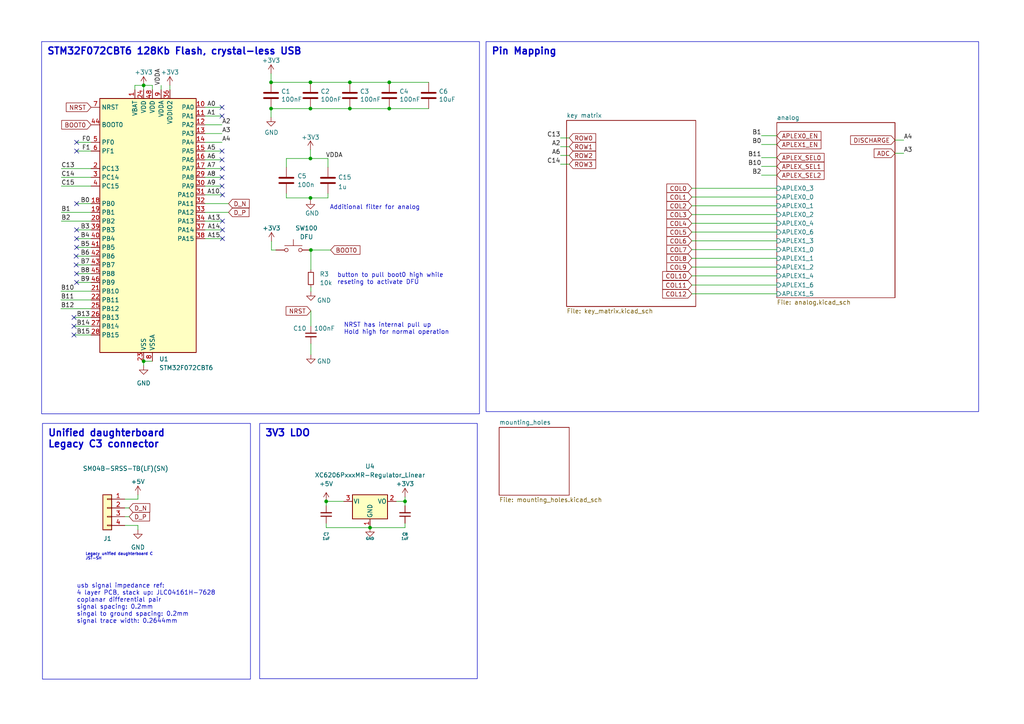
<source format=kicad_sch>
(kicad_sch (version 20230121) (generator eeschema)
  (paper "A4")
  (title_block (title "capybully") (date "2023-09-10") (rev "1.0") (company "sporkus"))
  (lib_symbols
    (symbol "+5V_1" (power) (pin_names (offset 0))
      (property "Value" "+5V_1" (at 0 3.556 0))
      (symbol "+5V_1_0_1"
        (polyline (pts (xy -0.762 1.27) (xy 0 2.54)))
        (polyline (pts (xy 0 0) (xy 0 2.54)))
        (polyline (pts (xy 0 2.54) (xy 0.762 1.27)))
      )
      (symbol "+5V_1_1_1"
        (pin power_in line (at 0 0 90) (length 0) hide (name "+5V") (number "1"))
      )
    )
    (symbol "Connector_Generic:Conn_01x04" (pin_names (offset 1.016) hide)
      (property "Reference" "J" (at 0 5.08 0))
      (property "Value" "Conn_01x04" (at 0 -7.62 0))
      (symbol "Conn_01x04_1_1"
        (rectangle (start -1.27 -4.953) (end 0 -5.207) (stroke (width 0.1524)))
        (rectangle (start -1.27 -2.413) (end 0 -2.667) (stroke (width 0.1524)))
        (rectangle (start -1.27 0.127) (end 0 -0.127) (stroke (width 0.1524)))
        (rectangle (start -1.27 2.667) (end 0 2.413) (stroke (width 0.1524)))
        (rectangle (start -1.27 3.81) (end 1.27 -6.35) (stroke (width 0.254)) (fill (type background)))
        (pin passive line (at -5.08 2.54 0) (length 3.81) (name "Pin_1") (number "1"))
        (pin passive line (at -5.08 0 0) (length 3.81) (name "Pin_2") (number "2"))
        (pin passive line (at -5.08 -2.54 0) (length 3.81) (name "Pin_3") (number "3"))
        (pin passive line (at -5.08 -5.08 0) (length 3.81) (name "Pin_4") (number "4"))
      )
    )
    (symbol "Device:C" (pin_numbers hide) (pin_names (offset 0.254))
      (property "Reference" "C" (at 0.635 2.54 0))
      (property "Value" "C" (at 0.635 -2.54 0))
      (symbol "C_0_1"
        (polyline (pts (xy -2.032 -0.762) (xy 2.032 -0.762)) (stroke (width 0.508)))
        (polyline (pts (xy -2.032 0.762) (xy 2.032 0.762)) (stroke (width 0.508)))
      )
      (symbol "C_1_1"
        (pin passive line (at 0 3.81 270) (length 2.794) (name "~") (number "1"))
        (pin passive line (at 0 -3.81 90) (length 2.794) (name "~") (number "2"))
      )
    )
    (symbol "Device:C_Small" (pin_numbers hide) (pin_names (offset 0.254) hide)
      (property "Reference" "C" (at 0.254 1.778 0))
      (property "Value" "C_Small" (at 0.254 -2.032 0))
      (symbol "C_Small_0_1"
        (polyline (pts (xy -1.524 -0.508) (xy 1.524 -0.508)) (stroke (width 0.3302)))
        (polyline (pts (xy -1.524 0.508) (xy 1.524 0.508)) (stroke (width 0.3048)))
      )
      (symbol "C_Small_1_1"
        (pin passive line (at 0 2.54 270) (length 2.032) (name "~") (number "1"))
        (pin passive line (at 0 -2.54 90) (length 2.032) (name "~") (number "2"))
      )
    )
    (symbol "Device:R_Small" (pin_numbers hide) (pin_names (offset 0.254) hide)
      (property "Reference" "R" (at 0.762 0.508 0))
      (property "Value" "R_Small" (at 0.762 -1.016 0))
      (symbol "R_Small_0_1"
        (rectangle (start -0.762 1.778) (end 0.762 -1.778) (stroke (width 0.2032)))
      )
      (symbol "R_Small_1_1"
        (pin passive line (at 0 2.54 270) (length 0.762) (name "~") (number "1"))
        (pin passive line (at 0 -2.54 90) (length 0.762) (name "~") (number "2"))
      )
    )
    (symbol "MCU_ST_STM32F0:STM32F072CBTx"
      (property "Reference" "U" (at -12.7 39.37 0))
      (property "Value" "STM32F072CBTx" (at 10.16 39.37 0))
      (symbol "STM32F072CBTx_0_1"
        (rectangle (start -12.7 -35.56) (end 15.24 38.1) (stroke (width 0.254)) (fill (type background)))
      )
      (symbol "STM32F072CBTx_1_1"
        (pin power_in line (at -2.54 40.64 270) (length 2.54) (name "VBAT") (number "1"))
        (pin bidirectional line (at 17.78 35.56 180) (length 2.54) (name "PA0") (number "10"))
        (pin bidirectional line (at 17.78 33.02 180) (length 2.54) (name "PA1") (number "11"))
        (pin bidirectional line (at 17.78 30.48 180) (length 2.54) (name "PA2") (number "12"))
        (pin bidirectional line (at 17.78 27.94 180) (length 2.54) (name "PA3") (number "13"))
        (pin bidirectional line (at 17.78 25.4 180) (length 2.54) (name "PA4") (number "14"))
        (pin bidirectional line (at 17.78 22.86 180) (length 2.54) (name "PA5") (number "15"))
        (pin bidirectional line (at 17.78 20.32 180) (length 2.54) (name "PA6") (number "16"))
        (pin bidirectional line (at 17.78 17.78 180) (length 2.54) (name "PA7") (number "17"))
        (pin bidirectional line (at -15.24 7.62 0) (length 2.54) (name "PB0") (number "18"))
        (pin bidirectional line (at -15.24 5.08 0) (length 2.54) (name "PB1") (number "19"))
        (pin bidirectional line (at -15.24 17.78 0) (length 2.54) (name "PC13") (number "2"))
        (pin bidirectional line (at -15.24 2.54 0) (length 2.54) (name "PB2") (number "20"))
        (pin bidirectional line (at -15.24 -17.78 0) (length 2.54) (name "PB10") (number "21"))
        (pin bidirectional line (at -15.24 -20.32 0) (length 2.54) (name "PB11") (number "22"))
        (pin power_in line (at 0 -38.1 90) (length 2.54) (name "VSS") (number "23"))
        (pin power_in line (at 0 40.64 270) (length 2.54) (name "VDD") (number "24"))
        (pin bidirectional line (at -15.24 -22.86 0) (length 2.54) (name "PB12") (number "25"))
        (pin bidirectional line (at -15.24 -25.4 0) (length 2.54) (name "PB13") (number "26"))
        (pin bidirectional line (at -15.24 -27.94 0) (length 2.54) (name "PB14") (number "27"))
        (pin bidirectional line (at -15.24 -30.48 0) (length 2.54) (name "PB15") (number "28"))
        (pin bidirectional line (at 17.78 15.24 180) (length 2.54) (name "PA8") (number "29"))
        (pin bidirectional line (at -15.24 15.24 0) (length 2.54) (name "PC14") (number "3"))
        (pin bidirectional line (at 17.78 12.7 180) (length 2.54) (name "PA9") (number "30"))
        (pin bidirectional line (at 17.78 10.16 180) (length 2.54) (name "PA10") (number "31"))
        (pin bidirectional line (at 17.78 7.62 180) (length 2.54) (name "PA11") (number "32"))
        (pin bidirectional line (at 17.78 5.08 180) (length 2.54) (name "PA12") (number "33"))
        (pin bidirectional line (at 17.78 2.54 180) (length 2.54) (name "PA13") (number "34"))
        (pin passive line (at 0 -38.1 90) (length 2.54) hide (name "VSS") (number "35"))
        (pin power_in line (at 7.62 40.64 270) (length 2.54) (name "VDDIO2") (number "36"))
        (pin bidirectional line (at 17.78 0 180) (length 2.54) (name "PA14") (number "37"))
        (pin bidirectional line (at 17.78 -2.54 180) (length 2.54) (name "PA15") (number "38"))
        (pin bidirectional line (at -15.24 0 0) (length 2.54) (name "PB3") (number "39"))
        (pin bidirectional line (at -15.24 12.7 0) (length 2.54) (name "PC15") (number "4"))
        (pin bidirectional line (at -15.24 -2.54 0) (length 2.54) (name "PB4") (number "40"))
        (pin bidirectional line (at -15.24 -5.08 0) (length 2.54) (name "PB5") (number "41"))
        (pin bidirectional line (at -15.24 -7.62 0) (length 2.54) (name "PB6") (number "42"))
        (pin bidirectional line (at -15.24 -10.16 0) (length 2.54) (name "PB7") (number "43"))
        (pin input line (at -15.24 30.48 0) (length 2.54) (name "BOOT0") (number "44"))
        (pin bidirectional line (at -15.24 -12.7 0) (length 2.54) (name "PB8") (number "45"))
        (pin bidirectional line (at -15.24 -15.24 0) (length 2.54) (name "PB9") (number "46"))
        (pin passive line (at 0 -38.1 90) (length 2.54) hide (name "VSS") (number "47"))
        (pin power_in line (at 2.54 40.64 270) (length 2.54) (name "VDD") (number "48"))
        (pin bidirectional line (at -15.24 25.4 0) (length 2.54) (name "PF0") (number "5"))
        (pin bidirectional line (at -15.24 22.86 0) (length 2.54) (name "PF1") (number "6"))
        (pin input line (at -15.24 35.56 0) (length 2.54) (name "NRST") (number "7"))
        (pin power_in line (at 2.54 -38.1 90) (length 2.54) (name "VSSA") (number "8"))
        (pin power_in line (at 5.08 40.64 270) (length 2.54) (name "VDDA") (number "9"))
      )
    )
    (symbol "Switch:SW_Push" (pin_numbers hide) (pin_names (offset 1.016) hide)
      (property "Reference" "SW" (at 1.27 2.54 0))
      (property "Value" "SW_Push" (at 0 -1.524 0))
      (symbol "SW_Push_0_1"
        (circle (center -2.032 0) (radius 0.508))
        (polyline (pts (xy 0 1.27) (xy 0 3.048)))
        (polyline (pts (xy 2.54 1.27) (xy -2.54 1.27)))
        (circle (center 2.032 0) (radius 0.508))
        (pin passive line (at -5.08 0 0) (length 2.54) (name "1") (number "1"))
        (pin passive line (at 5.08 0 180) (length 2.54) (name "2") (number "2"))
      )
    )
    (symbol "kicad-keyboard-parts:XC6206PxxxMR-Regulator_Linear" (pin_names (offset 0.254))
      (property "Reference" "U" (at -3.81 3.175 0))
      (property "Value" "XC6206PxxxMR-Regulator_Linear" (at 0 3.175 0))
      (property "LCSC" "C5446" (at 0 0 0))
      (symbol "XC6206PxxxMR-Regulator_Linear_0_1"
        (rectangle (start -5.08 1.905) (end 5.08 -5.08) (stroke (width 0.254)) (fill (type background)))
      )
      (symbol "XC6206PxxxMR-Regulator_Linear_1_1"
        (pin power_in line (at 0 -7.62 90) (length 2.54) (name "GND") (number "1"))
        (pin power_out line (at 7.62 0 180) (length 2.54) (name "VO") (number "2"))
        (pin power_in line (at -7.62 0 0) (length 2.54) (name "VI") (number "3"))
      )
    )
    (symbol "power:+3.3V" (power) (pin_names (offset 0))
      (property "Value" "+3.3V" (at 0 3.556 0))
      (symbol "+3.3V_0_1"
        (polyline (pts (xy -0.762 1.27) (xy 0 2.54)))
        (polyline (pts (xy 0 0) (xy 0 2.54)))
        (polyline (pts (xy 0 2.54) (xy 0.762 1.27)))
      )
      (symbol "+3.3V_1_1"
        (pin power_in line (at 0 0 90) (length 0) hide (name "+3V3") (number "1"))
      )
    )
    (symbol "power:+3V3" (power) (pin_names (offset 0))
      (property "Value" "+3V3" (at 0 3.556 0))
      (symbol "+3V3_0_1"
        (polyline (pts (xy -0.762 1.27) (xy 0 2.54)))
        (polyline (pts (xy 0 0) (xy 0 2.54)))
        (polyline (pts (xy 0 2.54) (xy 0.762 1.27)))
      )
      (symbol "+3V3_1_1"
        (pin power_in line (at 0 0 90) (length 0) hide (name "+3V3") (number "1"))
      )
    )
    (symbol "power:+5V" (power) (pin_names (offset 0))
      (property "Value" "+5V" (at 0 3.556 0))
      (symbol "+5V_0_1"
        (polyline (pts (xy -0.762 1.27) (xy 0 2.54)))
        (polyline (pts (xy 0 0) (xy 0 2.54)))
        (polyline (pts (xy 0 2.54) (xy 0.762 1.27)))
      )
      (symbol "+5V_1_1"
        (pin power_in line (at 0 0 90) (length 0) hide (name "+5V") (number "1"))
      )
    )
    (symbol "power:GND" (power) (pin_names (offset 0))
      (property "Value" "GND" (at 0 -3.81 0))
      (symbol "GND_0_1"
        (polyline (pts (xy 0 0) (xy 0 -1.27) (xy 1.27 -1.27) (xy 0 -2.54) (xy -1.27 -1.27) (xy 0 -1.27)))
      )
      (symbol "GND_1_1"
        (pin power_in line (at 0 0 270) (length 0) hide (name "GND") (number "1"))
      )
    )
  )
  (junction (at 41.656 24.765))
  (junction (at 90.043 31.496))
  (junction (at 78.613 23.876))
  (junction (at 112.903 23.876))
  (junction (at 90.043 45.974))
  (junction (at 101.473 23.876))
  (junction (at 94.615 145.415) (diameter 0.9144))
  (junction (at 90.043 57.404))
  (junction (at 107.315 153.035) (diameter 0.9144))
  (junction (at 78.613 31.496))
  (junction (at 112.903 31.496))
  (junction (at 90.043 23.876))
  (junction (at 101.473 31.496))
  (junction (at 90.17 72.517))
  (junction (at 117.475 145.415))
  (junction (at 41.656 104.775))
  (no_connect (at 64.389 43.815))
  (no_connect (at 64.389 46.355))
  (no_connect (at 64.516 69.215))
  (no_connect (at 22.225 79.375))
  (no_connect (at 64.389 53.975))
  (no_connect (at 64.389 31.115))
  (no_connect (at 21.463 94.615))
  (no_connect (at 22.225 81.915))
  (no_connect (at 22.225 66.675))
  (no_connect (at 64.389 33.655))
  (no_connect (at 64.389 51.435))
  (no_connect (at 64.516 48.895))
  (no_connect (at 22.225 41.275))
  (no_connect (at 64.516 64.135))
  (no_connect (at 22.225 69.215))
  (no_connect (at 21.463 97.155))
  (no_connect (at 22.225 59.055))
  (no_connect (at 64.516 66.675))
  (no_connect (at 22.098 76.835))
  (no_connect (at 22.225 43.815))
  (no_connect (at 64.516 56.515))
  (no_connect (at 21.463 92.075))
  (no_connect (at 22.098 74.295))
  (no_connect (at 22.225 71.755))
  (wire (pts (xy 41.656 24.765) (xy 44.196 24.765)))
  (wire (pts (xy 90.043 23.876) (xy 78.613 23.876)))
  (wire (pts (xy 83.058 56.134) (xy 83.058 57.404)))
  (wire (pts (xy 64.389 51.435) (xy 59.436 51.435)))
  (wire (pts (xy 78.613 21.336) (xy 78.613 23.876)))
  (wire (pts (xy 94.615 151.765) (xy 94.615 153.035)))
  (wire (pts (xy 90.17 72.517) (xy 90.17 78.232)))
  (wire (pts (xy 17.653 86.995) (xy 26.416 86.995)))
  (wire (pts (xy 162.56 45.085) (xy 165.1 45.085)))
  (wire (pts (xy 101.473 31.496) (xy 112.903 31.496)))
  (wire (pts (xy 37.465 147.32) (xy 36.195 147.32)))
  (wire (pts (xy 44.196 24.765) (xy 44.196 26.035)))
  (wire (pts (xy 200.66 80.01) (xy 225.298 80.01)))
  (wire (pts (xy 220.853 48.26) (xy 225.298 48.26)))
  (wire (pts (xy 200.66 59.69) (xy 225.298 59.69)))
  (wire (pts (xy 90.17 90.17) (xy 90.17 94.615)))
  (wire (pts (xy 78.74 72.517) (xy 78.74 69.977)))
  (wire (pts (xy 95.123 56.134) (xy 95.123 57.404)))
  (wire (pts (xy 90.17 83.312) (xy 90.17 84.582)))
  (wire (pts (xy 59.436 38.735) (xy 64.389 38.735)))
  (wire (pts (xy 220.853 45.72) (xy 225.298 45.72)))
  (wire (pts (xy 90.043 23.876) (xy 101.473 23.876)))
  (wire (pts (xy 21.463 97.155) (xy 26.416 97.155)))
  (wire (pts (xy 39.116 24.765) (xy 39.116 26.035)))
  (wire (pts (xy 220.853 39.37) (xy 225.298 39.37)))
  (wire (pts (xy 220.853 41.91) (xy 225.298 41.91)))
  (wire (pts (xy 41.656 104.775) (xy 44.196 104.775)))
  (wire (pts (xy 22.225 43.815) (xy 26.416 43.815)))
  (wire (pts (xy 66.294 61.595) (xy 59.436 61.595)))
  (wire (pts (xy 95.123 45.974) (xy 95.123 48.514)))
  (wire (pts (xy 83.058 48.514) (xy 83.058 45.974)))
  (wire (pts (xy 200.66 64.77) (xy 225.298 64.77)))
  (wire (pts (xy 40.005 152.4) (xy 36.195 152.4)))
  (wire (pts (xy 200.66 67.31) (xy 225.298 67.31)))
  (wire (pts (xy 80.01 72.517) (xy 78.74 72.517)))
  (wire (pts (xy 114.935 145.415) (xy 117.475 145.415)))
  (wire (pts (xy 259.588 44.45) (xy 262.128 44.45)))
  (wire (pts (xy 200.66 85.217) (xy 225.298 85.217)))
  (wire (pts (xy 21.463 92.075) (xy 26.416 92.075)))
  (wire (pts (xy 117.475 144.145) (xy 117.475 145.415)))
  (wire (pts (xy 17.78 61.595) (xy 26.416 61.595)))
  (wire (pts (xy 90.17 72.517) (xy 95.885 72.517)))
  (wire (pts (xy 40.005 143.51) (xy 40.005 144.78)))
  (wire (pts (xy 22.225 59.055) (xy 26.416 59.055)))
  (wire (pts (xy 22.225 41.275) (xy 26.416 41.275)))
  (wire (pts (xy 78.613 34.036) (xy 78.613 31.496)))
  (wire (pts (xy 64.389 53.975) (xy 59.436 53.975)))
  (wire (pts (xy 39.116 24.765) (xy 41.656 24.765)))
  (wire (pts (xy 22.225 66.675) (xy 26.416 66.675)))
  (wire (pts (xy 90.043 43.434) (xy 90.043 45.974)))
  (wire (pts (xy 64.389 36.195) (xy 59.436 36.195)))
  (wire (pts (xy 90.043 45.974) (xy 95.123 45.974)))
  (wire (pts (xy 90.17 102.87) (xy 90.17 99.695)))
  (wire (pts (xy 41.656 24.765) (xy 41.656 26.035)))
  (wire (pts (xy 17.78 53.975) (xy 26.416 53.975)))
  (wire (pts (xy 200.66 54.61) (xy 225.298 54.61)))
  (wire (pts (xy 49.276 24.765) (xy 49.276 26.035)))
  (wire (pts (xy 64.389 33.655) (xy 59.436 33.655)))
  (wire (pts (xy 200.66 74.93) (xy 225.298 74.93)))
  (wire (pts (xy 64.516 64.135) (xy 59.436 64.135)))
  (wire (pts (xy 259.588 40.64) (xy 262.128 40.64)))
  (wire (pts (xy 200.66 82.677) (xy 225.298 82.677)))
  (wire (pts (xy 64.389 46.355) (xy 59.436 46.355)))
  (wire (pts (xy 162.56 40.005) (xy 165.1 40.005)))
  (wire (pts (xy 46.736 24.765) (xy 46.736 26.035)))
  (wire (pts (xy 17.653 84.455) (xy 26.416 84.455)))
  (wire (pts (xy 101.473 23.876) (xy 112.903 23.876)))
  (wire (pts (xy 40.005 144.78) (xy 36.195 144.78)))
  (wire (pts (xy 107.315 153.035) (xy 117.475 153.035)))
  (wire (pts (xy 64.389 31.115) (xy 59.436 31.115)))
  (wire (pts (xy 22.225 69.215) (xy 26.416 69.215)))
  (wire (pts (xy 117.475 145.415) (xy 117.475 146.685)))
  (wire (pts (xy 162.56 47.625) (xy 165.1 47.625)))
  (wire (pts (xy 83.058 57.404) (xy 90.043 57.404)))
  (wire (pts (xy 64.389 43.815) (xy 59.436 43.815)))
  (wire (pts (xy 107.315 153.035) (xy 94.615 153.035)))
  (wire (pts (xy 22.225 79.375) (xy 26.416 79.375)))
  (wire (pts (xy 200.66 62.23) (xy 225.298 62.23)))
  (wire (pts (xy 22.225 71.755) (xy 26.416 71.755)))
  (wire (pts (xy 41.656 106.045) (xy 41.656 104.775)))
  (wire (pts (xy 220.853 50.8) (xy 225.298 50.8)))
  (wire (pts (xy 112.903 31.496) (xy 124.333 31.496)))
  (wire (pts (xy 17.78 48.895) (xy 26.416 48.895)))
  (wire (pts (xy 64.516 69.215) (xy 59.436 69.215)))
  (wire (pts (xy 90.043 57.404) (xy 90.043 58.039)))
  (wire (pts (xy 17.78 51.435) (xy 26.416 51.435)))
  (wire (pts (xy 90.043 31.496) (xy 78.613 31.496)))
  (wire (pts (xy 94.615 145.415) (xy 99.695 145.415)))
  (wire (pts (xy 59.436 48.895) (xy 64.516 48.895)))
  (wire (pts (xy 66.294 59.055) (xy 59.436 59.055)))
  (wire (pts (xy 64.389 41.275) (xy 59.436 41.275)))
  (wire (pts (xy 22.098 74.295) (xy 26.416 74.295)))
  (wire (pts (xy 90.043 31.496) (xy 101.473 31.496)))
  (wire (pts (xy 17.653 89.535) (xy 26.416 89.535)))
  (wire (pts (xy 22.098 76.835) (xy 26.416 76.835)))
  (wire (pts (xy 40.005 153.67) (xy 40.005 152.4)))
  (wire (pts (xy 112.903 23.876) (xy 124.333 23.876)))
  (wire (pts (xy 162.56 42.545) (xy 165.1 42.545)))
  (wire (pts (xy 94.615 145.415) (xy 94.615 146.685)))
  (wire (pts (xy 117.475 151.765) (xy 117.475 153.035)))
  (wire (pts (xy 17.78 64.135) (xy 26.416 64.135)))
  (wire (pts (xy 64.516 56.515) (xy 59.436 56.515)))
  (wire (pts (xy 21.463 94.615) (xy 26.416 94.615)))
  (wire (pts (xy 64.516 66.675) (xy 59.436 66.675)))
  (wire (pts (xy 200.66 69.85) (xy 225.298 69.85)))
  (wire (pts (xy 200.66 57.15) (xy 225.298 57.15)))
  (wire (pts (xy 22.225 81.915) (xy 26.416 81.915)))
  (wire (pts (xy 200.66 72.39) (xy 225.298 72.39)))
  (wire (pts (xy 90.043 57.404) (xy 95.123 57.404)))
  (wire (pts (xy 37.465 149.86) (xy 36.195 149.86)))
  (wire (pts (xy 83.058 45.974) (xy 90.043 45.974)))
  (wire (pts (xy 200.66 77.47) (xy 225.298 77.47)))
  (text_box "Unified daughterboard\nLegacy C3 connector" (at 12.319 122.809 0) (size 60.325 74.168) (effects (font (size 2 2) (thickness 0.4) bold) (justify left top)))
  (text_box "STM32F072CBT6 128Kb Flash, crystal-less USB" (at 12.065 12.065 0) (size 127 107.95) (effects (font (size 2 2) (thickness 0.4) bold) (justify left top)))
  (text_box "3V3 LDO" (at 75.311 122.809 0) (size 63.119 74.041) (effects (font (size 2 2) (thickness 0.4) bold) (justify left top)))
  (text_box "Pin Mapping" (at 140.97 12.065 0) (size 142.875 107.315) (effects (font (size 2 2) (thickness 0.4) bold) (justify left top)))
  (text "button to pull boot0 high while \nreseting to activate DFU" (at 97.79 82.677 0) (effects (font (size 1.27 1.27)) (justify left bottom)))
  (text "Legacy unified daughterboard C\nJST-SH" (at 24.765 162.56 0) (effects (font (size 0.8 0.8)) (justify left bottom)))
  (text "NRST has internal pull up\nHold high for normal operation" (at 99.695 97.155 0) (effects (font (size 1.27 1.27)) (justify left bottom)))
  (text "Additional filter for analog" (at 95.631 60.96 0) (effects (font (size 1.27 1.27)) (justify left bottom)))
  (text "usb signal impedance ref:\n4 layer PCB, stack up: JLC04161H-7628\ncoplanar differential pair \nsignal spacing: 0.2mm\nsingal to ground spacing: 0.2mm\nsignal trace width: 0.2644mm\n" (at 22.225 180.975 0) (effects (font (size 1.27 1.27)) (justify left bottom)))
  (label "A6" (at 60.071 46.355 0))
  (label "B2" (at 220.853 50.8 180))
  (label "A8" (at 60.071 51.435 0))
  (label "B2" (at 17.78 64.135 0))
  (label "B10" (at 17.653 84.455 0))
  (label "B7" (at 23.368 76.835 0))
  (label "A10" (at 60.071 56.515 0))
  (label "B10" (at 220.853 48.26 180))
  (label "A6" (at 162.56 45.085 180))
  (label "B0" (at 23.368 59.055 0))
  (label "A2" (at 64.389 36.195 0))
  (label "B9" (at 23.368 81.915 0))
  (label "A14" (at 60.198 66.675 0))
  (label "B4" (at 23.368 69.215 0))
  (label "B1" (at 17.78 61.595 0))
  (label "B13" (at 22.225 92.075 0))
  (label "B6" (at 23.368 74.295 0))
  (label "B1" (at 220.853 39.37 180))
  (label "B15" (at 22.225 97.155 0))
  (label "VDDA" (at 46.736 24.765 90))
  (label "C14" (at 162.56 47.625 180))
  (label "B5" (at 23.368 71.755 0))
  (label "A1" (at 60.071 33.655 0))
  (label "B11" (at 220.853 45.72 180))
  (label "C15" (at 17.78 53.975 0))
  (label "B8" (at 23.368 79.375 0))
  (label "B3" (at 23.368 66.675 0))
  (label "A2" (at 162.56 42.545 180))
  (label "A3" (at 262.128 44.45 0))
  (label "C13" (at 17.78 48.895 0))
  (label "F1" (at 23.749 43.815 0))
  (label "A5" (at 60.071 43.815 0))
  (label "B11" (at 17.653 86.995 0))
  (label "A4" (at 64.389 41.275 0))
  (label "A7" (at 60.071 48.895 0))
  (label "A13" (at 60.198 64.135 0))
  (label "A3" (at 64.389 38.735 0))
  (label "VDDA" (at 94.488 45.974 0))
  (label "B14" (at 22.225 94.615 0))
  (label "B12" (at 17.653 89.535 0))
  (label "C14" (at 17.78 51.435 0))
  (label "F0" (at 23.749 41.275 0))
  (label "B0" (at 220.853 41.91 180))
  (label "A9" (at 60.071 53.975 0))
  (label "A0" (at 60.071 31.115 0))
  (label "A15" (at 60.198 69.215 0))
  (label "A4" (at 262.128 40.64 0))
  (label "C13" (at 162.56 40.005 180))
  (global_label "COL0" (shape input) (at 200.66 54.61 180) (property "Intersheetrefs" "${INTERSHEET_REFS}" (effects hide)))
  (global_label "COL11" (shape input) (at 200.66 82.677 180) (property "Intersheetrefs" "${INTERSHEET_REFS}" (effects hide)))
  (global_label "NRST" (shape input) (at 26.416 31.115 180) (property "Intersheetrefs" "${INTERSHEET_REFS}" (effects hide)))
  (global_label "BOOT0" (shape input) (at 26.416 36.195 180) (property "Intersheetrefs" "${INTERSHEET_REFS}" (effects hide)))
  (global_label "ADC" (shape input) (at 259.588 44.45 180) (property "Intersheetrefs" "${INTERSHEET_REFS}" (effects hide)))
  (global_label "COL6" (shape input) (at 200.66 69.85 180) (property "Intersheetrefs" "${INTERSHEET_REFS}" (effects hide)))
  (global_label "NRST" (shape input) (at 90.17 90.17 180) (property "Intersheetrefs" "${INTERSHEET_REFS}" (effects hide)))
  (global_label "COL2" (shape input) (at 200.66 59.69 180) (property "Intersheetrefs" "${INTERSHEET_REFS}" (effects hide)))
  (global_label "BOOT0" (shape input) (at 95.885 72.517 0) (property "Intersheetrefs" "${INTERSHEET_REFS}" (effects hide)))
  (global_label "D_N" (shape input) (at 37.465 147.32 0) (property "Intersheetrefs" "${INTERSHEET_REFS}" (effects hide)))
  (global_label "D_N" (shape input) (at 66.294 59.055 0) (property "Intersheetrefs" "${INTERSHEET_REFS}" (effects hide)))
  (global_label "APLEX_SEL1" (shape input) (at 225.298 48.26 0) (property "Intersheetrefs" "${INTERSHEET_REFS}" (effects hide)))
  (global_label "APLEX1_EN" (shape input) (at 225.298 41.91 0) (property "Intersheetrefs" "${INTERSHEET_REFS}" (effects hide)))
  (global_label "COL4" (shape input) (at 200.66 64.77 180) (property "Intersheetrefs" "${INTERSHEET_REFS}" (effects hide)))
  (global_label "COL12" (shape input) (at 200.66 85.217 180) (property "Intersheetrefs" "${INTERSHEET_REFS}" (effects hide)))
  (global_label "COL5" (shape input) (at 200.66 67.31 180) (property "Intersheetrefs" "${INTERSHEET_REFS}" (effects hide)))
  (global_label "COL10" (shape input) (at 200.66 80.01 180) (property "Intersheetrefs" "${INTERSHEET_REFS}" (effects hide)))
  (global_label "COL7" (shape input) (at 200.66 72.39 180) (property "Intersheetrefs" "${INTERSHEET_REFS}" (effects hide)))
  (global_label "COL8" (shape input) (at 200.66 74.93 180) (property "Intersheetrefs" "${INTERSHEET_REFS}" (effects hide)))
  (global_label "COL3" (shape input) (at 200.66 62.23 180) (property "Intersheetrefs" "${INTERSHEET_REFS}" (effects hide)))
  (global_label "APLEX0_EN" (shape input) (at 225.298 39.37 0) (property "Intersheetrefs" "${INTERSHEET_REFS}" (effects hide)))
  (global_label "DISCHARGE" (shape input) (at 259.588 40.64 180) (property "Intersheetrefs" "${INTERSHEET_REFS}" (effects hide)))
  (global_label "APLEX_SEL2" (shape input) (at 225.298 50.8 0) (property "Intersheetrefs" "${INTERSHEET_REFS}" (effects hide)))
  (global_label "D_P" (shape input) (at 37.465 149.86 0) (property "Intersheetrefs" "${INTERSHEET_REFS}" (effects hide)))
  (global_label "APLEX_SEL0" (shape input) (at 225.298 45.72 0) (property "Intersheetrefs" "${INTERSHEET_REFS}" (effects hide)))
  (global_label "ROW2" (shape input) (at 165.1 45.085 0) (property "Intersheetrefs" "${INTERSHEET_REFS}" (effects hide)))
  (global_label "ROW3" (shape input) (at 165.1 47.625 0) (property "Intersheetrefs" "${INTERSHEET_REFS}" (effects hide)))
  (global_label "D_P" (shape input) (at 66.294 61.595 0) (property "Intersheetrefs" "${INTERSHEET_REFS}" (effects hide)))
  (global_label "COL9" (shape input) (at 200.66 77.47 180) (property "Intersheetrefs" "${INTERSHEET_REFS}" (effects hide)))
  (global_label "ROW0" (shape input) (at 165.1 40.005 0) (property "Intersheetrefs" "${INTERSHEET_REFS}" (effects hide)))
  (global_label "ROW1" (shape input) (at 165.1 42.545 0) (property "Intersheetrefs" "${INTERSHEET_REFS}" (effects hide)))
  (global_label "COL1" (shape input) (at 200.66 57.15 180) (property "Intersheetrefs" "${INTERSHEET_REFS}" (effects hide)))
  (symbol (lib_id "MCU_ST_STM32F0:STM32F072CBTx") (at 41.656 66.675 0) (unit 1)
    (property "Reference" "U1" (at 46.1519 104.14 0) (effects (justify left)))
    (property "Value" "STM32F072CBT6" (at 46.1519 106.68 0) (effects (justify left)))
    (property "Footprint" "Package_QFP:LQFP-48_7x7mm_P0.5mm" (effects hide))
    (property "Datasheet" "https://www.st.com/resource/en/datasheet/stm32f072cb.pdf" (effects hide))
    (property "JlcRotOffset" "90" (effects hide))
  )
  (symbol (lib_id "Device:C_Small") (at 90.17 97.155 0) (mirror y) (unit 1)
    (property "Reference" "C10" (at 88.9 95.25 0) (effects (justify left)))
    (property "Value" "100nF" (at 97.155 95.25 0) (effects (justify left)))
    (property "Footprint" "Capacitor_SMD:C_0402_1005Metric" (effects hide))
    (property "LCSC" "C307331" (effects hide))
  )
  (symbol (lib_id "power:+3V3") (at 49.276 24.765 0) (unit 1)
    (property "Reference" "#PWR028" (effects hide))
    (property "Value" "+3V3" (at 49.276 20.955 0))
  )
  (symbol (lib_id "Connector_Generic:Conn_01x04") (at 31.115 147.32 0) (mirror y) (unit 1)
    (property "Reference" "J1" (at 32.385 156.21 0) (effects (justify left)))
    (property "Value" "SM04B-SRSS-TB(LF)(SN)" (at 48.895 135.89 0) (effects (justify left)))
    (property "Footprint" "random-keyboard-parts:JST-SR-4" (effects hide))
    (property "Datasheet" "https://unified-daughterboard.github.io/#/db-spec-c-legacy" (effects hide))
    (property "JlcPosOffset" "0, -2.6" (effects hide))
  )
  (symbol (lib_id "Device:C") (at 95.123 52.324 0) (unit 1)
    (property "Reference" "C15" (at 98.044 51.4155 0) (effects (justify left)))
    (property "Value" "1u" (at 98.044 54.1906 0) (effects (justify left)))
    (property "Footprint" "Capacitor_SMD:C_0402_1005Metric" (effects hide))
  )
  (symbol (lib_id "power:GND") (at 40.005 153.67 0) (mirror y) (unit 1)
    (property "Reference" "#PWR037" (effects hide))
    (property "Value" "GND" (at 40.005 158.75 0))
  )
  (symbol (lib_id "power:+3.3V") (at 90.043 43.434 0) (unit 1)
    (property "Reference" "#PWR026" (effects hide))
    (property "Value" "+3.3V" (at 90.043 39.8295 0))
  )
  (symbol (lib_id "Device:C") (at 90.043 27.686 0) (unit 1)
    (property "Reference" "C2" (at 92.964 26.5176 0) (effects (justify left)))
    (property "Value" "100nF" (at 92.964 28.829 0) (effects (justify left)))
    (property "Footprint" "Capacitor_SMD:C_0402_1005Metric" (effects hide))
    (property "LCSC" "C307331" (effects hide))
  )
  (symbol (lib_id "power:GND") (at 41.656 106.045 0) (unit 1)
    (property "Reference" "#PWR016" (effects hide))
    (property "Value" "GND" (at 41.656 111.125 0))
  )
  (symbol (lib_id "power:+3V3") (at 41.656 24.765 0) (unit 1)
    (property "Reference" "#PWR01" (effects hide))
    (property "Value" "+3V3" (at 41.656 20.955 0))
  )
  (symbol (lib_id "power:+3V3") (at 78.613 21.336 0) (unit 1)
    (property "Reference" "#PWR02" (effects hide))
    (property "Value" "+3V3" (at 78.613 17.526 0))
  )
  (symbol (lib_id "Switch:SW_Push") (at 85.09 72.517 0) (unit 1) (in_bom no)
    (property "Reference" "SW100" (at 88.9 66.167 0))
    (property "Value" "DFU" (at 88.9 68.707 0))
    (property "Footprint" "Connector_PinHeader_2.54mm:PinHeader_1x02_P2.54mm_Vertical" (effects hide))
  )
  (symbol (lib_name "+5V_1") (lib_id "power:+5V") (at 40.005 143.51 0) (mirror y) (unit 1)
    (property "Reference" "#PWR036" (effects hide))
    (property "Value" "+5V" (at 40.005 139.7 0))
  )
  (symbol (lib_id "power:GND") (at 78.613 34.036 0) (unit 1)
    (property "Reference" "#PWR06" (effects hide))
    (property "Value" "GND" (at 78.74 38.4302 0))
  )
  (symbol (lib_id "power:GND") (at 90.043 58.039 0) (unit 1)
    (property "Reference" "#PWR027" (effects hide))
    (property "Value" "GND" (at 92.583 61.849 0) (effects (justify right)))
  )
  (symbol (lib_id "Device:C_Small") (at 94.615 149.225 180) (unit 1)
    (property "Reference" "C7" (at 94.615 154.94 0) (effects (font (size 0.762 0.762))))
    (property "Value" "1uF" (at 94.615 156.21 0) (effects (font (size 0.762 0.762))))
    (property "Footprint" "Capacitor_SMD:C_0402_1005Metric" (effects hide))
    (property "LCSC" "C52923" (effects hide))
  )
  (symbol (lib_id "power:GND") (at 107.315 153.035 0) (unit 1)
    (property "Reference" "#PWR07" (effects hide))
    (property "Value" "GND" (at 107.315 156.21 0) (effects (font (size 0.762 0.762))))
  )
  (symbol (lib_id "power:+5V") (at 94.615 145.415 0) (unit 1)
    (property "Reference" "#PWR04" (effects hide))
    (property "Value" "+5V" (at 94.615 140.335 0))
  )
  (symbol (lib_id "Device:C") (at 124.333 27.686 0) (unit 1)
    (property "Reference" "C6" (at 127.254 26.5176 0) (effects (justify left)))
    (property "Value" "10uF" (at 127.254 28.829 0) (effects (justify left)))
    (property "Footprint" "Capacitor_SMD:C_0603_1608Metric" (effects hide))
  )
  (symbol (lib_id "kicad-keyboard-parts:XC6206PxxxMR-Regulator_Linear") (at 107.315 145.415 0) (unit 1)
    (property "Reference" "U4" (at 107.315 135.255 0))
    (property "Value" "XC6206PxxxMR-Regulator_Linear" (at 107.315 137.795 0))
    (property "Footprint" "Package_TO_SOT_SMD:SOT-23" (effects hide))
    (property "Datasheet" "https://www.torexsemi.com/file/xc6206/XC6206.pdf" (effects hide))
    (property "LCSC" "C5446" (effects hide))
  )
  (symbol (lib_id "power:GND") (at 90.17 84.582 0) (unit 1)
    (property "Reference" "#PWR012" (effects hide))
    (property "Value" "GND" (at 93.98 87.122 0))
  )
  (symbol (lib_id "power:+3V3") (at 78.74 69.977 0) (mirror y) (unit 1)
    (property "Reference" "#PWR08" (effects hide))
    (property "Value" "+3V3" (at 78.74 66.167 0))
  )
  (symbol (lib_id "Device:C") (at 83.058 52.324 0) (unit 1)
    (property "Reference" "C5" (at 86.233 51.054 0) (effects (justify left)))
    (property "Value" "100n" (at 86.233 53.594 0) (effects (justify left)))
    (property "Footprint" "Capacitor_SMD:C_0402_1005Metric" (effects hide))
  )
  (symbol (lib_id "Device:C") (at 78.613 27.686 0) (unit 1)
    (property "Reference" "C1" (at 81.534 26.5176 0) (effects (justify left)))
    (property "Value" "100nF" (at 81.534 28.829 0) (effects (justify left)))
    (property "Footprint" "Capacitor_SMD:C_0402_1005Metric" (effects hide))
    (property "LCSC" "C307331" (effects hide))
  )
  (symbol (lib_id "power:GND") (at 90.17 102.87 0) (mirror y) (unit 1)
    (property "Reference" "#PWR015" (effects hide))
    (property "Value" "GND" (at 93.98 104.775 0))
  )
  (symbol (lib_id "Device:C") (at 101.473 27.686 0) (unit 1)
    (property "Reference" "C3" (at 104.394 26.5176 0) (effects (justify left)))
    (property "Value" "100nF" (at 104.394 28.829 0) (effects (justify left)))
    (property "Footprint" "Capacitor_SMD:C_0402_1005Metric" (effects hide))
    (property "LCSC" "C307331" (effects hide))
  )
  (symbol (lib_id "power:+3V3") (at 117.475 144.145 0) (unit 1)
    (property "Reference" "#PWR03" (effects hide))
    (property "Value" "+3V3" (at 117.475 140.335 0))
  )
  (symbol (lib_id "Device:C_Small") (at 117.475 149.225 180) (unit 1)
    (property "Reference" "C8" (at 117.475 154.94 0) (effects (font (size 0.762 0.762))))
    (property "Value" "1uF" (at 117.475 156.21 0) (effects (font (size 0.762 0.762))))
    (property "Footprint" "Capacitor_SMD:C_0402_1005Metric" (effects hide))
    (property "LCSC" "C52923" (effects hide))
  )
  (symbol (lib_id "Device:R_Small") (at 90.17 80.772 0) (unit 1)
    (property "Reference" "R3" (at 92.71 79.5019 0) (effects (justify left)))
    (property "Value" "10k" (at 92.71 82.0419 0) (effects (justify left)))
    (property "Footprint" "Resistor_SMD:R_0402_1005Metric" (effects hide))
  )
  (symbol (lib_id "Device:C") (at 112.903 27.686 0) (unit 1)
    (property "Reference" "C4" (at 115.824 26.5176 0) (effects (justify left)))
    (property "Value" "100nF" (at 115.824 28.829 0) (effects (justify left)))
    (property "Footprint" "Capacitor_SMD:C_0402_1005Metric" (effects hide))
    (property "LCSC" "C307331" (effects hide))
  )
  (sheet (at 164.338 34.925) (size 37.465 53.975) (stroke (width 0.1524))
    (property "Sheetname" "key matrix" (at 164.338 34.2134 0) (effects (justify left bottom)))
    (property "Sheetfile" "key_matrix.kicad_sch" (at 164.338 89.4846 0) (effects (justify left top)))
  )
  (sheet (at 225.298 35.56) (size 34.29 50.8) (stroke (width 0.1524))
    (property "Sheetname" "analog" (at 225.298 34.8484 0) (effects (justify left bottom)))
    (property "Sheetfile" "analog.kicad_sch" (at 225.298 86.9446 0) (effects (justify left top)))
    (pin "APLEX1_5" input (at 225.298 85.217 180))
    (pin "APLEX1_4" input (at 225.298 80.01 180))
    (pin "APLEX1_0" input (at 225.298 72.39 180))
    (pin "APLEX1_1" input (at 225.298 74.93 180))
    (pin "APLEX1_2" input (at 225.298 77.47 180))
    (pin "APLEX1_3" input (at 225.298 69.85 180))
    (pin "APLEX1_6" input (at 225.298 82.677 180))
    (pin "APLEX0_6" input (at 225.298 67.31 180))
    (pin "APLEX0_4" input (at 225.298 64.77 180))
    (pin "APLEX0_1" input (at 225.298 59.69 180))
    (pin "APLEX0_2" input (at 225.298 62.23 180))
    (pin "APLEX0_3" input (at 225.298 54.61 180))
    (pin "APLEX0_0" input (at 225.298 57.15 180))
  )
  (sheet (at 144.78 123.952) (size 20.32 19.685) (stroke (width 0.1524))
    (property "Sheetname" "mounting_holes" (at 144.78 123.2404 0) (effects (justify left bottom)))
    (property "Sheetfile" "mounting_holes.kicad_sch" (at 144.78 144.2216 0) (effects (justify left top)))
  )
)
</source>
